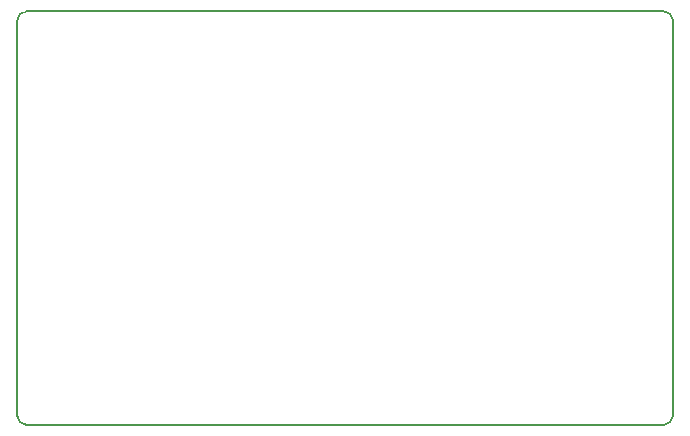
<source format=gbr>
G04 #@! TF.FileFunction,Profile,NP*
%FSLAX46Y46*%
G04 Gerber Fmt 4.6, Leading zero omitted, Abs format (unit mm)*
G04 Created by KiCad (PCBNEW 4.0.7-e2-6376~58~ubuntu16.04.1) date Thu Jan 18 15:28:59 2018*
%MOMM*%
%LPD*%
G01*
G04 APERTURE LIST*
%ADD10C,0.100000*%
%ADD11C,0.150000*%
G04 APERTURE END LIST*
D10*
D11*
X177750000Y-115500000D02*
G75*
G03X178500000Y-116250000I750000J0D01*
G01*
X232500000Y-116250000D02*
G75*
G03X233250000Y-115500000I0J750000D01*
G01*
X233250000Y-82000000D02*
G75*
G03X232500000Y-81250000I-750000J0D01*
G01*
X178500000Y-81250000D02*
G75*
G03X177750000Y-82000000I0J-750000D01*
G01*
X233250000Y-115500000D02*
X233250000Y-115250000D01*
X178500000Y-116250000D02*
X232500000Y-116250000D01*
X233250000Y-82000000D02*
X233250000Y-115250000D01*
X178500000Y-81250000D02*
X232500000Y-81250000D01*
X177750000Y-115500000D02*
X177750000Y-82000000D01*
M02*

</source>
